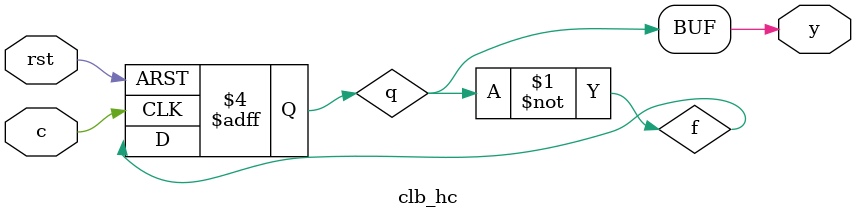
<source format=v>
module clb_hc(
	input c,
	input rst,
	output y
);

	wire f;
	reg q;
	
	assign f = ~q;
	
	always @(posedge c, negedge rst) begin
		if (rst == 1'b0) begin
			q <= 1'b0;
		end else begin
			q <= f;
		end
	end
	
	assign y = q;
	
endmodule

</source>
